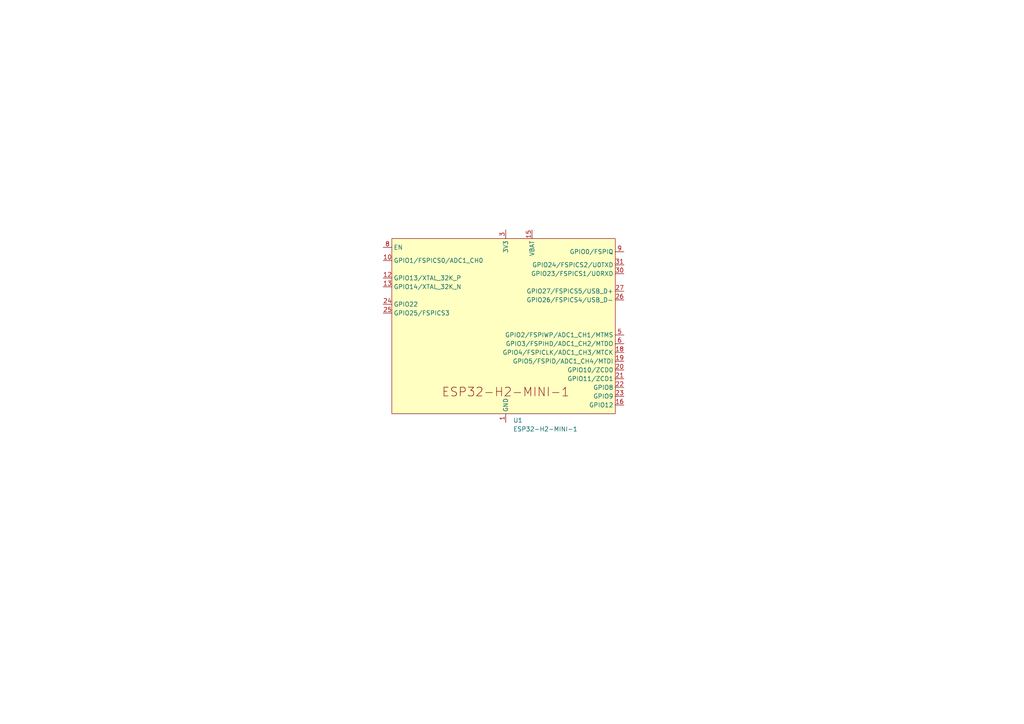
<source format=kicad_sch>
(kicad_sch (version 20250114) (generator "eeschema") (generator_version "9.0")
  (paper "A4")
  (lib_symbols
    (symbol "PCM_Espressif:ESP32-H2-MINI-1"
      (property "Reference" "U" (at -33.02 26.67 0))
      (property "Value" "ESP32-H2-MINI-1" (at 31.75 26.924 0))
      (symbol "ESP32-H2-MINI-1_0_1"
        (rectangle (start -33.02 25.4) (end 31.75 -25.4) (fill (type background)))
      )
      (symbol "ESP32-H2-MINI-1_1_0"
        (text "ESP32-H2-MINI-1" (at 0 -19.05 0) (effects (font (size 2.54 2.54))))
        (pin bidirectional line (at -35.56 19.05 0) (length 2.54) (name "GPIO1/FSPICS0/ADC1_CH0") (number "10"))
        (pin bidirectional line (at -35.56 6.35 0) (length 2.54) (name "GPIO22") (number "24"))
        (pin bidirectional line (at -35.56 3.81 0) (length 2.54) (name "GPIO25/FSPICS3") (number "25"))
        (pin no_connect line (at -33.02 -2.54 0) (length 2.54) (hide yes) (name "NC") (number "17"))
        (pin no_connect line (at -33.02 -5.08 0) (length 2.54) (hide yes) (name "NC") (number "28"))
        (pin no_connect line (at -33.02 -7.62 0) (length 2.54) (hide yes) (name "NC") (number "29"))
        (pin no_connect line (at -33.02 -10.16 0) (length 2.54) (hide yes) (name "NC") (number "32"))
        (pin no_connect line (at -33.02 -12.7 0) (length 2.54) (hide yes) (name "NC") (number "33"))
        (pin no_connect line (at -33.02 -15.24 0) (length 2.54) (hide yes) (name "NC") (number "34"))
        (pin no_connect line (at -33.02 -17.78 0) (length 2.54) (hide yes) (name "NC") (number "35"))
        (pin no_connect line (at -33.02 -20.32 0) (length 2.54) (hide yes) (name "NC") (number "4"))
        (pin no_connect line (at -33.02 -22.86 0) (length 2.54) (hide yes) (name "NC") (number "7"))
        (pin bidirectional line (at 34.29 21.59 180) (length 2.54) (name "GPIO0/FSPIQ") (number "9"))
      )
      (symbol "ESP32-H2-MINI-1_1_1"
        (pin input line (at -35.56 22.86 0) (length 2.54) (name "EN") (number "8"))
        (pin bidirectional line (at -35.56 13.97 0) (length 2.54) (name "GPIO13/XTAL_32K_P") (number "12"))
        (pin bidirectional line (at -35.56 11.43 0) (length 2.54) (name "GPIO14/XTAL_32K_N") (number "13"))
        (pin power_in line (at 0 27.94 270) (length 2.54) (name "3V3") (number "3"))
        (pin power_in line (at 0 -27.94 90) (length 2.54) (name "GND") (number "1"))
        (pin passive line (at 0 -27.94 90) (length 2.54) (hide yes) (name "GND") (number "11"))
        (pin passive line (at 0 -27.94 90) (length 2.54) (hide yes) (name "GND") (number "14"))
        (pin passive line (at 0 -27.94 90) (length 2.54) (hide yes) (name "GND") (number "2"))
        (pin passive line (at 0 -27.94 90) (length 2.54) (hide yes) (name "GND") (number "36"))
        (pin passive line (at 0 -27.94 90) (length 2.54) (hide yes) (name "GND") (number "37"))
        (pin passive line (at 0 -27.94 90) (length 2.54) (hide yes) (name "GND") (number "38"))
        (pin passive line (at 0 -27.94 90) (length 2.54) (hide yes) (name "GND") (number "39"))
        (pin passive line (at 0 -27.94 90) (length 2.54) (hide yes) (name "GND") (number "40"))
        (pin passive line (at 0 -27.94 90) (length 2.54) (hide yes) (name "GND") (number "41"))
        (pin passive line (at 0 -27.94 90) (length 2.54) (hide yes) (name "GND") (number "42"))
        (pin passive line (at 0 -27.94 90) (length 2.54) (hide yes) (name "GND") (number "43"))
        (pin passive line (at 0 -27.94 90) (length 2.54) (hide yes) (name "GND") (number "44"))
        (pin passive line (at 0 -27.94 90) (length 2.54) (hide yes) (name "GND") (number "45"))
        (pin passive line (at 0 -27.94 90) (length 2.54) (hide yes) (name "GND") (number "46"))
        (pin passive line (at 0 -27.94 90) (length 2.54) (hide yes) (name "GND") (number "47"))
        (pin passive line (at 0 -27.94 90) (length 2.54) (hide yes) (name "GND") (number "48"))
        (pin passive line (at 0 -27.94 90) (length 2.54) (hide yes) (name "GND") (number "49"))
        (pin passive line (at 0 -27.94 90) (length 2.54) (hide yes) (name "GND") (number "50"))
        (pin passive line (at 0 -27.94 90) (length 2.54) (hide yes) (name "GND") (number "51"))
        (pin passive line (at 0 -27.94 90) (length 2.54) (hide yes) (name "GND") (number "52"))
        (pin passive line (at 0 -27.94 90) (length 2.54) (hide yes) (name "GND") (number "53"))
        (pin input line (at 7.62 27.94 270) (length 2.54) (name "VBAT") (number "15"))
        (pin bidirectional line (at 34.29 17.78 180) (length 2.54) (name "GPIO24/FSPICS2/U0TXD") (number "31"))
        (pin bidirectional line (at 34.29 15.24 180) (length 2.54) (name "GPIO23/FSPICS1/U0RXD") (number "30"))
        (pin bidirectional line (at 34.29 10.16 180) (length 2.54) (name "GPIO27/FSPICS5/USB_D+") (number "27"))
        (pin bidirectional line (at 34.29 7.62 180) (length 2.54) (name "GPIO26/FSPICS4/USB_D-") (number "26"))
        (pin bidirectional line (at 34.29 -2.54 180) (length 2.54) (name "GPIO2/FSPIWP/ADC1_CH1/MTMS") (number "5"))
        (pin bidirectional line (at 34.29 -5.08 180) (length 2.54) (name "GPIO3/FSPIHD/ADC1_CH2/MTDO") (number "6"))
        (pin bidirectional line (at 34.29 -7.62 180) (length 2.54) (name "GPIO4/FSPICLK/ADC1_CH3/MTCK") (number "18"))
        (pin bidirectional line (at 34.29 -10.16 180) (length 2.54) (name "GPIO5/FSPID/ADC1_CH4/MTDI") (number "19"))
        (pin bidirectional line (at 34.29 -12.7 180) (length 2.54) (name "GPIO10/ZCD0") (number "20"))
        (pin bidirectional line (at 34.29 -15.24 180) (length 2.54) (name "GPIO11/ZCD1") (number "21"))
        (pin bidirectional line (at 34.29 -17.78 180) (length 2.54) (name "GPIO8") (number "22"))
        (pin bidirectional line (at 34.29 -20.32 180) (length 2.54) (name "GPIO9") (number "23"))
        (pin bidirectional line (at 34.29 -22.86 180) (length 2.54) (name "GPIO12") (number "16"))
      )
    )
  )
  (symbol (lib_id "PCM_Espressif:ESP32-H2-MINI-1") (at 146.685 94.615 0) (unit 1)
    (property "Reference" "U1" (at 148.8283 121.92 0) (effects (justify left)))
    (property "Value" "ESP32-H2-MINI-1" (at 148.8283 124.46 0) (effects (justify left)))
    (property "Footprint" "PCM_Espressif:ESP32-H2-MINI-1" (effects (hide yes)))
    (property "Datasheet" "https://www.espressif.com/sites/default/files/documentation/esp32-h2-mini-1_mini-1u_datasheet_en.pdf" (effects (hide yes)))
    (property "Description" "ESP32-C2-MINI-1 family is an ultra-low-power MCU-based SoC solution that supports Bluetooth®Low Energy (Bluetooth LE), Zigbee 3.0 and Matter" (effects (hide yes)))
  )
)
</source>
